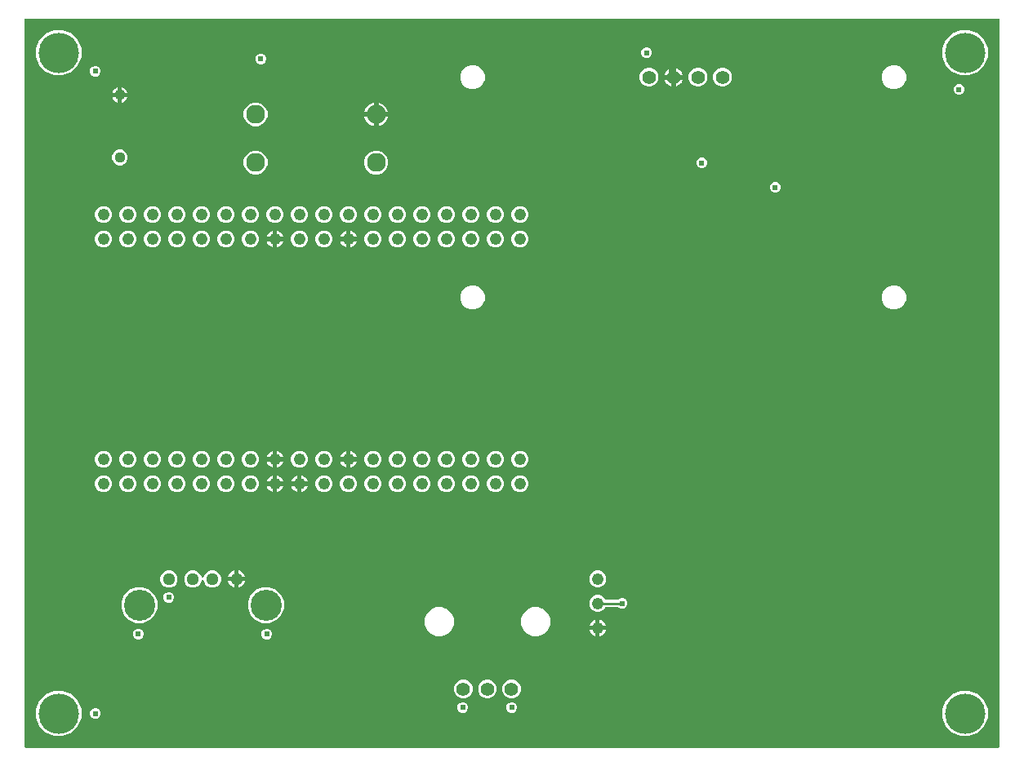
<source format=gbr>
G04 EAGLE Gerber RS-274X export*
G75*
%MOMM*%
%FSLAX34Y34*%
%LPD*%
%INCopper Layer 2*%
%IPPOS*%
%AMOC8*
5,1,8,0,0,1.08239X$1,22.5*%
G01*
%ADD10C,1.244600*%
%ADD11C,1.288000*%
%ADD12C,3.220000*%
%ADD13C,1.120000*%
%ADD14C,1.400000*%
%ADD15C,1.960000*%
%ADD16C,1.422400*%
%ADD17C,4.191000*%
%ADD18C,0.609600*%
%ADD19C,0.254000*%
%ADD20C,0.508000*%

G36*
X1012109Y2556D02*
X1012109Y2556D01*
X1012228Y2563D01*
X1012266Y2575D01*
X1012307Y2581D01*
X1012417Y2624D01*
X1012530Y2661D01*
X1012565Y2683D01*
X1012602Y2698D01*
X1012698Y2767D01*
X1012799Y2831D01*
X1012827Y2861D01*
X1012860Y2884D01*
X1012935Y2976D01*
X1013017Y3063D01*
X1013036Y3098D01*
X1013062Y3129D01*
X1013113Y3237D01*
X1013170Y3341D01*
X1013181Y3380D01*
X1013198Y3417D01*
X1013220Y3534D01*
X1013250Y3649D01*
X1013254Y3709D01*
X1013258Y3729D01*
X1013256Y3750D01*
X1013260Y3810D01*
X1013458Y758190D01*
X1013443Y758308D01*
X1013436Y758427D01*
X1013424Y758465D01*
X1013419Y758505D01*
X1013375Y758616D01*
X1013338Y758729D01*
X1013316Y758764D01*
X1013302Y758801D01*
X1013232Y758897D01*
X1013168Y758998D01*
X1013138Y759026D01*
X1013115Y759058D01*
X1013023Y759134D01*
X1012936Y759216D01*
X1012901Y759236D01*
X1012870Y759261D01*
X1012762Y759312D01*
X1012658Y759370D01*
X1012619Y759380D01*
X1012582Y759397D01*
X1012465Y759419D01*
X1012350Y759449D01*
X1012290Y759453D01*
X1012270Y759457D01*
X1012249Y759455D01*
X1012189Y759459D01*
X3810Y759459D01*
X3692Y759444D01*
X3573Y759437D01*
X3535Y759424D01*
X3494Y759419D01*
X3384Y759376D01*
X3271Y759339D01*
X3236Y759317D01*
X3199Y759302D01*
X3103Y759233D01*
X3002Y759169D01*
X2974Y759139D01*
X2941Y759116D01*
X2865Y759024D01*
X2784Y758937D01*
X2764Y758902D01*
X2739Y758871D01*
X2688Y758763D01*
X2630Y758659D01*
X2620Y758619D01*
X2603Y758583D01*
X2581Y758466D01*
X2551Y758351D01*
X2547Y758291D01*
X2543Y758271D01*
X2545Y758250D01*
X2541Y758190D01*
X2541Y3810D01*
X2556Y3692D01*
X2563Y3573D01*
X2576Y3535D01*
X2581Y3494D01*
X2624Y3384D01*
X2661Y3271D01*
X2683Y3236D01*
X2698Y3199D01*
X2767Y3103D01*
X2831Y3002D01*
X2861Y2974D01*
X2884Y2941D01*
X2976Y2865D01*
X3063Y2784D01*
X3098Y2764D01*
X3129Y2739D01*
X3237Y2688D01*
X3341Y2630D01*
X3381Y2620D01*
X3417Y2603D01*
X3534Y2581D01*
X3649Y2551D01*
X3709Y2547D01*
X3729Y2543D01*
X3750Y2545D01*
X3810Y2541D01*
X1011991Y2541D01*
X1012109Y2556D01*
G37*
%LPC*%
G36*
X973226Y700404D02*
X973226Y700404D01*
X964591Y703981D01*
X957981Y710591D01*
X954404Y719226D01*
X954404Y728574D01*
X957981Y737209D01*
X964591Y743819D01*
X973226Y747396D01*
X982574Y747396D01*
X991209Y743819D01*
X997819Y737209D01*
X1001396Y728574D01*
X1001396Y719226D01*
X997819Y710591D01*
X991209Y703981D01*
X982574Y700404D01*
X973226Y700404D01*
G37*
%LPD*%
%LPC*%
G36*
X33426Y700404D02*
X33426Y700404D01*
X24791Y703981D01*
X18181Y710591D01*
X14604Y719226D01*
X14604Y728574D01*
X18181Y737209D01*
X24791Y743819D01*
X33426Y747396D01*
X42774Y747396D01*
X51409Y743819D01*
X58019Y737209D01*
X61596Y728574D01*
X61596Y719226D01*
X58019Y710591D01*
X51409Y703981D01*
X42774Y700404D01*
X33426Y700404D01*
G37*
%LPD*%
%LPC*%
G36*
X33426Y14604D02*
X33426Y14604D01*
X24791Y18181D01*
X18181Y24791D01*
X14604Y33426D01*
X14604Y42774D01*
X18181Y51409D01*
X24791Y58019D01*
X33426Y61596D01*
X42774Y61596D01*
X51409Y58019D01*
X58019Y51409D01*
X61596Y42774D01*
X61596Y33426D01*
X58019Y24791D01*
X51409Y18181D01*
X42774Y14604D01*
X33426Y14604D01*
G37*
%LPD*%
%LPC*%
G36*
X973226Y14604D02*
X973226Y14604D01*
X964591Y18181D01*
X957981Y24791D01*
X954404Y33426D01*
X954404Y42774D01*
X957981Y51409D01*
X964591Y58019D01*
X973226Y61596D01*
X982574Y61596D01*
X991209Y58019D01*
X997819Y51409D01*
X1001396Y42774D01*
X1001396Y33426D01*
X997819Y24791D01*
X991209Y18181D01*
X982574Y14604D01*
X973226Y14604D01*
G37*
%LPD*%
%LPC*%
G36*
X249392Y132059D02*
X249392Y132059D01*
X242541Y134897D01*
X237297Y140141D01*
X234459Y146992D01*
X234459Y154408D01*
X237297Y161259D01*
X242541Y166503D01*
X249392Y169341D01*
X256808Y169341D01*
X263659Y166503D01*
X268903Y161259D01*
X271741Y154408D01*
X271741Y146992D01*
X268903Y140141D01*
X263659Y134897D01*
X256808Y132059D01*
X249392Y132059D01*
G37*
%LPD*%
%LPC*%
G36*
X117992Y132059D02*
X117992Y132059D01*
X111141Y134897D01*
X105897Y140141D01*
X103059Y146992D01*
X103059Y154408D01*
X105897Y161259D01*
X111141Y166503D01*
X117992Y169341D01*
X125408Y169341D01*
X132259Y166503D01*
X137503Y161259D01*
X140341Y154408D01*
X140341Y146992D01*
X137503Y140141D01*
X132259Y134897D01*
X125408Y132059D01*
X117992Y132059D01*
G37*
%LPD*%
%LPC*%
G36*
X529608Y118459D02*
X529608Y118459D01*
X524080Y120749D01*
X519849Y124980D01*
X517559Y130508D01*
X517559Y136492D01*
X519849Y142020D01*
X524080Y146251D01*
X529608Y148541D01*
X535592Y148541D01*
X541120Y146251D01*
X545351Y142020D01*
X547641Y136492D01*
X547641Y130508D01*
X545351Y124980D01*
X541120Y120749D01*
X535592Y118459D01*
X529608Y118459D01*
G37*
%LPD*%
%LPC*%
G36*
X429608Y118459D02*
X429608Y118459D01*
X424080Y120749D01*
X419849Y124980D01*
X417559Y130508D01*
X417559Y136492D01*
X419849Y142020D01*
X424080Y146251D01*
X429608Y148541D01*
X435592Y148541D01*
X441120Y146251D01*
X445351Y142020D01*
X447641Y136492D01*
X447641Y130508D01*
X445351Y124980D01*
X441120Y120749D01*
X435592Y118459D01*
X429608Y118459D01*
G37*
%LPD*%
%LPC*%
G36*
X175614Y168819D02*
X175614Y168819D01*
X172313Y170186D01*
X169786Y172713D01*
X168419Y176014D01*
X168419Y179586D01*
X169786Y182887D01*
X172313Y185414D01*
X175614Y186781D01*
X179186Y186781D01*
X182487Y185414D01*
X185014Y182887D01*
X186227Y179957D01*
X186296Y179836D01*
X186361Y179713D01*
X186375Y179698D01*
X186385Y179680D01*
X186482Y179580D01*
X186575Y179478D01*
X186592Y179467D01*
X186606Y179452D01*
X186724Y179379D01*
X186841Y179303D01*
X186860Y179296D01*
X186877Y179286D01*
X187010Y179245D01*
X187142Y179200D01*
X187162Y179198D01*
X187181Y179192D01*
X187320Y179186D01*
X187459Y179174D01*
X187479Y179178D01*
X187499Y179177D01*
X187635Y179205D01*
X187772Y179229D01*
X187790Y179237D01*
X187810Y179241D01*
X187936Y179303D01*
X188062Y179359D01*
X188078Y179372D01*
X188096Y179381D01*
X188202Y179472D01*
X188310Y179558D01*
X188323Y179574D01*
X188338Y179587D01*
X188418Y179702D01*
X188502Y179812D01*
X188514Y179837D01*
X188521Y179847D01*
X188528Y179867D01*
X188573Y179957D01*
X189786Y182887D01*
X192313Y185414D01*
X195614Y186781D01*
X199186Y186781D01*
X202487Y185414D01*
X205014Y182887D01*
X206381Y179586D01*
X206381Y176014D01*
X205014Y172713D01*
X202487Y170186D01*
X199186Y168819D01*
X195614Y168819D01*
X192313Y170186D01*
X189786Y172713D01*
X188573Y175643D01*
X188504Y175764D01*
X188439Y175887D01*
X188425Y175902D01*
X188415Y175920D01*
X188318Y176020D01*
X188225Y176122D01*
X188208Y176133D01*
X188194Y176148D01*
X188075Y176221D01*
X187959Y176297D01*
X187940Y176304D01*
X187923Y176314D01*
X187790Y176355D01*
X187658Y176400D01*
X187638Y176402D01*
X187619Y176408D01*
X187480Y176414D01*
X187341Y176426D01*
X187321Y176422D01*
X187301Y176423D01*
X187165Y176395D01*
X187028Y176371D01*
X187009Y176363D01*
X186990Y176359D01*
X186864Y176297D01*
X186738Y176241D01*
X186722Y176228D01*
X186704Y176219D01*
X186598Y176129D01*
X186490Y176042D01*
X186477Y176026D01*
X186462Y176013D01*
X186382Y175899D01*
X186298Y175788D01*
X186286Y175763D01*
X186279Y175753D01*
X186272Y175733D01*
X186227Y175643D01*
X185014Y172713D01*
X182487Y170186D01*
X179186Y168819D01*
X175614Y168819D01*
G37*
%LPD*%
%LPC*%
G36*
X464865Y457359D02*
X464865Y457359D01*
X460256Y459268D01*
X456728Y462796D01*
X454819Y467405D01*
X454819Y472395D01*
X456728Y477004D01*
X460256Y480532D01*
X464865Y482441D01*
X469855Y482441D01*
X474464Y480532D01*
X477992Y477004D01*
X479901Y472395D01*
X479901Y467405D01*
X477992Y462796D01*
X474464Y459268D01*
X469855Y457359D01*
X464865Y457359D01*
G37*
%LPD*%
%LPC*%
G36*
X901745Y457359D02*
X901745Y457359D01*
X897136Y459268D01*
X893608Y462796D01*
X891699Y467405D01*
X891699Y472395D01*
X893608Y477004D01*
X897136Y480532D01*
X901745Y482441D01*
X906735Y482441D01*
X911344Y480532D01*
X914872Y477004D01*
X916781Y472395D01*
X916781Y467405D01*
X914872Y462796D01*
X911344Y459268D01*
X906735Y457359D01*
X901745Y457359D01*
G37*
%LPD*%
%LPC*%
G36*
X464865Y685959D02*
X464865Y685959D01*
X460256Y687868D01*
X456728Y691396D01*
X454819Y696005D01*
X454819Y700995D01*
X456728Y705604D01*
X460256Y709132D01*
X464865Y711041D01*
X469855Y711041D01*
X474464Y709132D01*
X477992Y705604D01*
X479901Y700995D01*
X479901Y696005D01*
X477992Y691396D01*
X474464Y687868D01*
X469855Y685959D01*
X464865Y685959D01*
G37*
%LPD*%
%LPC*%
G36*
X901745Y685959D02*
X901745Y685959D01*
X897136Y687868D01*
X893608Y691396D01*
X891699Y696005D01*
X891699Y700995D01*
X893608Y705604D01*
X897136Y709132D01*
X901745Y711041D01*
X906735Y711041D01*
X911344Y709132D01*
X914872Y705604D01*
X916781Y700995D01*
X916781Y696005D01*
X914872Y691396D01*
X911344Y687868D01*
X906735Y685959D01*
X901745Y685959D01*
G37*
%LPD*%
%LPC*%
G36*
X364845Y597659D02*
X364845Y597659D01*
X360310Y599538D01*
X356838Y603010D01*
X354959Y607545D01*
X354959Y612455D01*
X356838Y616990D01*
X360310Y620462D01*
X364845Y622341D01*
X369755Y622341D01*
X374290Y620462D01*
X377762Y616990D01*
X379641Y612455D01*
X379641Y607545D01*
X377762Y603010D01*
X374290Y599538D01*
X369755Y597659D01*
X364845Y597659D01*
G37*
%LPD*%
%LPC*%
G36*
X239845Y647659D02*
X239845Y647659D01*
X235310Y649538D01*
X231838Y653010D01*
X229959Y657545D01*
X229959Y662455D01*
X231838Y666990D01*
X235310Y670462D01*
X239845Y672341D01*
X244755Y672341D01*
X249290Y670462D01*
X252762Y666990D01*
X254641Y662455D01*
X254641Y657545D01*
X252762Y653010D01*
X249290Y649538D01*
X244755Y647659D01*
X239845Y647659D01*
G37*
%LPD*%
%LPC*%
G36*
X239845Y597659D02*
X239845Y597659D01*
X235310Y599538D01*
X231838Y603010D01*
X229959Y607545D01*
X229959Y612455D01*
X231838Y616990D01*
X235310Y620462D01*
X239845Y622341D01*
X244755Y622341D01*
X249290Y620462D01*
X252762Y616990D01*
X254641Y612455D01*
X254641Y607545D01*
X252762Y603010D01*
X249290Y599538D01*
X244755Y597659D01*
X239845Y597659D01*
G37*
%LPD*%
%LPC*%
G36*
X595157Y143636D02*
X595157Y143636D01*
X591936Y144970D01*
X589470Y147436D01*
X588136Y150657D01*
X588136Y154143D01*
X589470Y157364D01*
X591936Y159830D01*
X595157Y161164D01*
X598643Y161164D01*
X601864Y159830D01*
X604330Y157364D01*
X604483Y156994D01*
X604497Y156969D01*
X604507Y156941D01*
X604576Y156831D01*
X604640Y156718D01*
X604661Y156697D01*
X604677Y156672D01*
X604771Y156583D01*
X604862Y156490D01*
X604887Y156474D01*
X604908Y156454D01*
X605022Y156391D01*
X605133Y156323D01*
X605161Y156315D01*
X605187Y156300D01*
X605313Y156268D01*
X605437Y156230D01*
X605466Y156228D01*
X605495Y156221D01*
X605655Y156211D01*
X617681Y156211D01*
X617780Y156223D01*
X617879Y156226D01*
X617937Y156243D01*
X617997Y156251D01*
X618089Y156287D01*
X618184Y156315D01*
X618236Y156345D01*
X618293Y156368D01*
X618373Y156426D01*
X618458Y156476D01*
X618533Y156542D01*
X618550Y156554D01*
X618558Y156564D01*
X618579Y156582D01*
X619134Y157138D01*
X621188Y157989D01*
X623412Y157989D01*
X625466Y157138D01*
X627038Y155566D01*
X627889Y153512D01*
X627889Y151288D01*
X627038Y149234D01*
X625466Y147662D01*
X623412Y146811D01*
X621188Y146811D01*
X619134Y147662D01*
X618579Y148218D01*
X618501Y148278D01*
X618428Y148346D01*
X618375Y148375D01*
X618328Y148412D01*
X618237Y148452D01*
X618150Y148500D01*
X618091Y148515D01*
X618036Y148539D01*
X617938Y148554D01*
X617842Y148579D01*
X617742Y148585D01*
X617722Y148589D01*
X617709Y148587D01*
X617681Y148589D01*
X605655Y148589D01*
X605626Y148586D01*
X605597Y148588D01*
X605469Y148566D01*
X605340Y148549D01*
X605312Y148539D01*
X605283Y148534D01*
X605165Y148480D01*
X605044Y148432D01*
X605020Y148415D01*
X604993Y148403D01*
X604892Y148322D01*
X604787Y148246D01*
X604768Y148223D01*
X604745Y148204D01*
X604667Y148101D01*
X604584Y148001D01*
X604571Y147974D01*
X604554Y147950D01*
X604483Y147806D01*
X604330Y147436D01*
X601864Y144970D01*
X598643Y143636D01*
X595157Y143636D01*
G37*
%LPD*%
%LPC*%
G36*
X648320Y688847D02*
X648320Y688847D01*
X644772Y690317D01*
X642057Y693032D01*
X640587Y696580D01*
X640587Y700420D01*
X642057Y703968D01*
X644772Y706683D01*
X648320Y708153D01*
X652160Y708153D01*
X655708Y706683D01*
X658423Y703968D01*
X659893Y700420D01*
X659893Y696580D01*
X658423Y693032D01*
X655708Y690317D01*
X652160Y688847D01*
X648320Y688847D01*
G37*
%LPD*%
%LPC*%
G36*
X699120Y688847D02*
X699120Y688847D01*
X695572Y690317D01*
X692857Y693032D01*
X691387Y696580D01*
X691387Y700420D01*
X692857Y703968D01*
X695572Y706683D01*
X699120Y708153D01*
X702960Y708153D01*
X706508Y706683D01*
X709223Y703968D01*
X710693Y700420D01*
X710693Y696580D01*
X709223Y693032D01*
X706508Y690317D01*
X702960Y688847D01*
X699120Y688847D01*
G37*
%LPD*%
%LPC*%
G36*
X724520Y688847D02*
X724520Y688847D01*
X720972Y690317D01*
X718257Y693032D01*
X716787Y696580D01*
X716787Y700420D01*
X718257Y703968D01*
X720972Y706683D01*
X724520Y708153D01*
X728360Y708153D01*
X731908Y706683D01*
X734623Y703968D01*
X736093Y700420D01*
X736093Y696580D01*
X734623Y693032D01*
X731908Y690317D01*
X728360Y688847D01*
X724520Y688847D01*
G37*
%LPD*%
%LPC*%
G36*
X505702Y53959D02*
X505702Y53959D01*
X502196Y55412D01*
X499512Y58096D01*
X498059Y61602D01*
X498059Y65398D01*
X499512Y68904D01*
X502196Y71588D01*
X505702Y73041D01*
X509498Y73041D01*
X513004Y71588D01*
X515688Y68904D01*
X517141Y65398D01*
X517141Y61602D01*
X515688Y58096D01*
X513004Y55412D01*
X509498Y53959D01*
X505702Y53959D01*
G37*
%LPD*%
%LPC*%
G36*
X480702Y53959D02*
X480702Y53959D01*
X477196Y55412D01*
X474512Y58096D01*
X473059Y61602D01*
X473059Y65398D01*
X474512Y68904D01*
X477196Y71588D01*
X480702Y73041D01*
X484498Y73041D01*
X488004Y71588D01*
X490688Y68904D01*
X492141Y65398D01*
X492141Y61602D01*
X490688Y58096D01*
X488004Y55412D01*
X484498Y53959D01*
X480702Y53959D01*
G37*
%LPD*%
%LPC*%
G36*
X455702Y53959D02*
X455702Y53959D01*
X452196Y55412D01*
X449512Y58096D01*
X448059Y61602D01*
X448059Y65398D01*
X449512Y68904D01*
X452196Y71588D01*
X455702Y73041D01*
X459498Y73041D01*
X463004Y71588D01*
X465688Y68904D01*
X467141Y65398D01*
X467141Y61602D01*
X465688Y58096D01*
X463004Y55412D01*
X459498Y53959D01*
X455702Y53959D01*
G37*
%LPD*%
%LPC*%
G36*
X150614Y168819D02*
X150614Y168819D01*
X147313Y170186D01*
X144786Y172713D01*
X143419Y176014D01*
X143419Y179586D01*
X144786Y182887D01*
X147313Y185414D01*
X150614Y186781D01*
X154186Y186781D01*
X157487Y185414D01*
X160014Y182887D01*
X161381Y179586D01*
X161381Y176014D01*
X160014Y172713D01*
X157487Y170186D01*
X154186Y168819D01*
X150614Y168819D01*
G37*
%LPD*%
%LPC*%
G36*
X184357Y267836D02*
X184357Y267836D01*
X181136Y269170D01*
X178670Y271636D01*
X177336Y274857D01*
X177336Y278343D01*
X178670Y281564D01*
X181136Y284030D01*
X184357Y285364D01*
X187843Y285364D01*
X191064Y284030D01*
X193530Y281564D01*
X194864Y278343D01*
X194864Y274857D01*
X193530Y271636D01*
X191064Y269170D01*
X187843Y267836D01*
X184357Y267836D01*
G37*
%LPD*%
%LPC*%
G36*
X209757Y267836D02*
X209757Y267836D01*
X206536Y269170D01*
X204070Y271636D01*
X202736Y274857D01*
X202736Y278343D01*
X204070Y281564D01*
X206536Y284030D01*
X209757Y285364D01*
X213243Y285364D01*
X216464Y284030D01*
X218930Y281564D01*
X220264Y278343D01*
X220264Y274857D01*
X218930Y271636D01*
X216464Y269170D01*
X213243Y267836D01*
X209757Y267836D01*
G37*
%LPD*%
%LPC*%
G36*
X108157Y267836D02*
X108157Y267836D01*
X104936Y269170D01*
X102470Y271636D01*
X101136Y274857D01*
X101136Y278343D01*
X102470Y281564D01*
X104936Y284030D01*
X108157Y285364D01*
X111643Y285364D01*
X114864Y284030D01*
X117330Y281564D01*
X118664Y278343D01*
X118664Y274857D01*
X117330Y271636D01*
X114864Y269170D01*
X111643Y267836D01*
X108157Y267836D01*
G37*
%LPD*%
%LPC*%
G36*
X158957Y267836D02*
X158957Y267836D01*
X155736Y269170D01*
X153270Y271636D01*
X151936Y274857D01*
X151936Y278343D01*
X153270Y281564D01*
X155736Y284030D01*
X158957Y285364D01*
X162443Y285364D01*
X165664Y284030D01*
X168130Y281564D01*
X169464Y278343D01*
X169464Y274857D01*
X168130Y271636D01*
X165664Y269170D01*
X162443Y267836D01*
X158957Y267836D01*
G37*
%LPD*%
%LPC*%
G36*
X133557Y267836D02*
X133557Y267836D01*
X130336Y269170D01*
X127870Y271636D01*
X126536Y274857D01*
X126536Y278343D01*
X127870Y281564D01*
X130336Y284030D01*
X133557Y285364D01*
X137043Y285364D01*
X140264Y284030D01*
X142730Y281564D01*
X144064Y278343D01*
X144064Y274857D01*
X142730Y271636D01*
X140264Y269170D01*
X137043Y267836D01*
X133557Y267836D01*
G37*
%LPD*%
%LPC*%
G36*
X235157Y267836D02*
X235157Y267836D01*
X231936Y269170D01*
X229470Y271636D01*
X228136Y274857D01*
X228136Y278343D01*
X229470Y281564D01*
X231936Y284030D01*
X235157Y285364D01*
X238643Y285364D01*
X241864Y284030D01*
X244330Y281564D01*
X245664Y278343D01*
X245664Y274857D01*
X244330Y271636D01*
X241864Y269170D01*
X238643Y267836D01*
X235157Y267836D01*
G37*
%LPD*%
%LPC*%
G36*
X311357Y267836D02*
X311357Y267836D01*
X308136Y269170D01*
X305670Y271636D01*
X304336Y274857D01*
X304336Y278343D01*
X305670Y281564D01*
X308136Y284030D01*
X311357Y285364D01*
X314843Y285364D01*
X318064Y284030D01*
X320530Y281564D01*
X321864Y278343D01*
X321864Y274857D01*
X320530Y271636D01*
X318064Y269170D01*
X314843Y267836D01*
X311357Y267836D01*
G37*
%LPD*%
%LPC*%
G36*
X438357Y547236D02*
X438357Y547236D01*
X435136Y548570D01*
X432670Y551036D01*
X431336Y554257D01*
X431336Y557743D01*
X432670Y560964D01*
X435136Y563430D01*
X438357Y564764D01*
X441843Y564764D01*
X445064Y563430D01*
X447530Y560964D01*
X448864Y557743D01*
X448864Y554257D01*
X447530Y551036D01*
X445064Y548570D01*
X441843Y547236D01*
X438357Y547236D01*
G37*
%LPD*%
%LPC*%
G36*
X412957Y547236D02*
X412957Y547236D01*
X409736Y548570D01*
X407270Y551036D01*
X405936Y554257D01*
X405936Y557743D01*
X407270Y560964D01*
X409736Y563430D01*
X412957Y564764D01*
X416443Y564764D01*
X419664Y563430D01*
X422130Y560964D01*
X423464Y557743D01*
X423464Y554257D01*
X422130Y551036D01*
X419664Y548570D01*
X416443Y547236D01*
X412957Y547236D01*
G37*
%LPD*%
%LPC*%
G36*
X514557Y547236D02*
X514557Y547236D01*
X511336Y548570D01*
X508870Y551036D01*
X507536Y554257D01*
X507536Y557743D01*
X508870Y560964D01*
X511336Y563430D01*
X514557Y564764D01*
X518043Y564764D01*
X521264Y563430D01*
X523730Y560964D01*
X525064Y557743D01*
X525064Y554257D01*
X523730Y551036D01*
X521264Y548570D01*
X518043Y547236D01*
X514557Y547236D01*
G37*
%LPD*%
%LPC*%
G36*
X489157Y547236D02*
X489157Y547236D01*
X485936Y548570D01*
X483470Y551036D01*
X482136Y554257D01*
X482136Y557743D01*
X483470Y560964D01*
X485936Y563430D01*
X489157Y564764D01*
X492643Y564764D01*
X495864Y563430D01*
X498330Y560964D01*
X499664Y557743D01*
X499664Y554257D01*
X498330Y551036D01*
X495864Y548570D01*
X492643Y547236D01*
X489157Y547236D01*
G37*
%LPD*%
%LPC*%
G36*
X463757Y547236D02*
X463757Y547236D01*
X460536Y548570D01*
X458070Y551036D01*
X456736Y554257D01*
X456736Y557743D01*
X458070Y560964D01*
X460536Y563430D01*
X463757Y564764D01*
X467243Y564764D01*
X470464Y563430D01*
X472930Y560964D01*
X474264Y557743D01*
X474264Y554257D01*
X472930Y551036D01*
X470464Y548570D01*
X467243Y547236D01*
X463757Y547236D01*
G37*
%LPD*%
%LPC*%
G36*
X108157Y547236D02*
X108157Y547236D01*
X104936Y548570D01*
X102470Y551036D01*
X101136Y554257D01*
X101136Y557743D01*
X102470Y560964D01*
X104936Y563430D01*
X108157Y564764D01*
X111643Y564764D01*
X114864Y563430D01*
X117330Y560964D01*
X118664Y557743D01*
X118664Y554257D01*
X117330Y551036D01*
X114864Y548570D01*
X111643Y547236D01*
X108157Y547236D01*
G37*
%LPD*%
%LPC*%
G36*
X82757Y547236D02*
X82757Y547236D01*
X79536Y548570D01*
X77070Y551036D01*
X75736Y554257D01*
X75736Y557743D01*
X77070Y560964D01*
X79536Y563430D01*
X82757Y564764D01*
X86243Y564764D01*
X89464Y563430D01*
X91930Y560964D01*
X93264Y557743D01*
X93264Y554257D01*
X91930Y551036D01*
X89464Y548570D01*
X86243Y547236D01*
X82757Y547236D01*
G37*
%LPD*%
%LPC*%
G36*
X387557Y547236D02*
X387557Y547236D01*
X384336Y548570D01*
X381870Y551036D01*
X380536Y554257D01*
X380536Y557743D01*
X381870Y560964D01*
X384336Y563430D01*
X387557Y564764D01*
X391043Y564764D01*
X394264Y563430D01*
X396730Y560964D01*
X398064Y557743D01*
X398064Y554257D01*
X396730Y551036D01*
X394264Y548570D01*
X391043Y547236D01*
X387557Y547236D01*
G37*
%LPD*%
%LPC*%
G36*
X362157Y547236D02*
X362157Y547236D01*
X358936Y548570D01*
X356470Y551036D01*
X355136Y554257D01*
X355136Y557743D01*
X356470Y560964D01*
X358936Y563430D01*
X362157Y564764D01*
X365643Y564764D01*
X368864Y563430D01*
X371330Y560964D01*
X372664Y557743D01*
X372664Y554257D01*
X371330Y551036D01*
X368864Y548570D01*
X365643Y547236D01*
X362157Y547236D01*
G37*
%LPD*%
%LPC*%
G36*
X336757Y547236D02*
X336757Y547236D01*
X333536Y548570D01*
X331070Y551036D01*
X329736Y554257D01*
X329736Y557743D01*
X331070Y560964D01*
X333536Y563430D01*
X336757Y564764D01*
X340243Y564764D01*
X343464Y563430D01*
X345930Y560964D01*
X347264Y557743D01*
X347264Y554257D01*
X345930Y551036D01*
X343464Y548570D01*
X340243Y547236D01*
X336757Y547236D01*
G37*
%LPD*%
%LPC*%
G36*
X311357Y547236D02*
X311357Y547236D01*
X308136Y548570D01*
X305670Y551036D01*
X304336Y554257D01*
X304336Y557743D01*
X305670Y560964D01*
X308136Y563430D01*
X311357Y564764D01*
X314843Y564764D01*
X318064Y563430D01*
X320530Y560964D01*
X321864Y557743D01*
X321864Y554257D01*
X320530Y551036D01*
X318064Y548570D01*
X314843Y547236D01*
X311357Y547236D01*
G37*
%LPD*%
%LPC*%
G36*
X285957Y547236D02*
X285957Y547236D01*
X282736Y548570D01*
X280270Y551036D01*
X278936Y554257D01*
X278936Y557743D01*
X280270Y560964D01*
X282736Y563430D01*
X285957Y564764D01*
X289443Y564764D01*
X292664Y563430D01*
X295130Y560964D01*
X296464Y557743D01*
X296464Y554257D01*
X295130Y551036D01*
X292664Y548570D01*
X289443Y547236D01*
X285957Y547236D01*
G37*
%LPD*%
%LPC*%
G36*
X260557Y547236D02*
X260557Y547236D01*
X257336Y548570D01*
X254870Y551036D01*
X253536Y554257D01*
X253536Y557743D01*
X254870Y560964D01*
X257336Y563430D01*
X260557Y564764D01*
X264043Y564764D01*
X267264Y563430D01*
X269730Y560964D01*
X271064Y557743D01*
X271064Y554257D01*
X269730Y551036D01*
X267264Y548570D01*
X264043Y547236D01*
X260557Y547236D01*
G37*
%LPD*%
%LPC*%
G36*
X235157Y547236D02*
X235157Y547236D01*
X231936Y548570D01*
X229470Y551036D01*
X228136Y554257D01*
X228136Y557743D01*
X229470Y560964D01*
X231936Y563430D01*
X235157Y564764D01*
X238643Y564764D01*
X241864Y563430D01*
X244330Y560964D01*
X245664Y557743D01*
X245664Y554257D01*
X244330Y551036D01*
X241864Y548570D01*
X238643Y547236D01*
X235157Y547236D01*
G37*
%LPD*%
%LPC*%
G36*
X209757Y547236D02*
X209757Y547236D01*
X206536Y548570D01*
X204070Y551036D01*
X202736Y554257D01*
X202736Y557743D01*
X204070Y560964D01*
X206536Y563430D01*
X209757Y564764D01*
X213243Y564764D01*
X216464Y563430D01*
X218930Y560964D01*
X220264Y557743D01*
X220264Y554257D01*
X218930Y551036D01*
X216464Y548570D01*
X213243Y547236D01*
X209757Y547236D01*
G37*
%LPD*%
%LPC*%
G36*
X184357Y547236D02*
X184357Y547236D01*
X181136Y548570D01*
X178670Y551036D01*
X177336Y554257D01*
X177336Y557743D01*
X178670Y560964D01*
X181136Y563430D01*
X184357Y564764D01*
X187843Y564764D01*
X191064Y563430D01*
X193530Y560964D01*
X194864Y557743D01*
X194864Y554257D01*
X193530Y551036D01*
X191064Y548570D01*
X187843Y547236D01*
X184357Y547236D01*
G37*
%LPD*%
%LPC*%
G36*
X158957Y547236D02*
X158957Y547236D01*
X155736Y548570D01*
X153270Y551036D01*
X151936Y554257D01*
X151936Y557743D01*
X153270Y560964D01*
X155736Y563430D01*
X158957Y564764D01*
X162443Y564764D01*
X165664Y563430D01*
X168130Y560964D01*
X169464Y557743D01*
X169464Y554257D01*
X168130Y551036D01*
X165664Y548570D01*
X162443Y547236D01*
X158957Y547236D01*
G37*
%LPD*%
%LPC*%
G36*
X133557Y547236D02*
X133557Y547236D01*
X130336Y548570D01*
X127870Y551036D01*
X126536Y554257D01*
X126536Y557743D01*
X127870Y560964D01*
X130336Y563430D01*
X133557Y564764D01*
X137043Y564764D01*
X140264Y563430D01*
X142730Y560964D01*
X144064Y557743D01*
X144064Y554257D01*
X142730Y551036D01*
X140264Y548570D01*
X137043Y547236D01*
X133557Y547236D01*
G37*
%LPD*%
%LPC*%
G36*
X463757Y521836D02*
X463757Y521836D01*
X460536Y523170D01*
X458070Y525636D01*
X456736Y528857D01*
X456736Y532343D01*
X458070Y535564D01*
X460536Y538030D01*
X463757Y539364D01*
X467243Y539364D01*
X470464Y538030D01*
X472930Y535564D01*
X474264Y532343D01*
X474264Y528857D01*
X472930Y525636D01*
X470464Y523170D01*
X467243Y521836D01*
X463757Y521836D01*
G37*
%LPD*%
%LPC*%
G36*
X438357Y521836D02*
X438357Y521836D01*
X435136Y523170D01*
X432670Y525636D01*
X431336Y528857D01*
X431336Y532343D01*
X432670Y535564D01*
X435136Y538030D01*
X438357Y539364D01*
X441843Y539364D01*
X445064Y538030D01*
X447530Y535564D01*
X448864Y532343D01*
X448864Y528857D01*
X447530Y525636D01*
X445064Y523170D01*
X441843Y521836D01*
X438357Y521836D01*
G37*
%LPD*%
%LPC*%
G36*
X514557Y521836D02*
X514557Y521836D01*
X511336Y523170D01*
X508870Y525636D01*
X507536Y528857D01*
X507536Y532343D01*
X508870Y535564D01*
X511336Y538030D01*
X514557Y539364D01*
X518043Y539364D01*
X521264Y538030D01*
X523730Y535564D01*
X525064Y532343D01*
X525064Y528857D01*
X523730Y525636D01*
X521264Y523170D01*
X518043Y521836D01*
X514557Y521836D01*
G37*
%LPD*%
%LPC*%
G36*
X489157Y521836D02*
X489157Y521836D01*
X485936Y523170D01*
X483470Y525636D01*
X482136Y528857D01*
X482136Y532343D01*
X483470Y535564D01*
X485936Y538030D01*
X489157Y539364D01*
X492643Y539364D01*
X495864Y538030D01*
X498330Y535564D01*
X499664Y532343D01*
X499664Y528857D01*
X498330Y525636D01*
X495864Y523170D01*
X492643Y521836D01*
X489157Y521836D01*
G37*
%LPD*%
%LPC*%
G36*
X412957Y521836D02*
X412957Y521836D01*
X409736Y523170D01*
X407270Y525636D01*
X405936Y528857D01*
X405936Y532343D01*
X407270Y535564D01*
X409736Y538030D01*
X412957Y539364D01*
X416443Y539364D01*
X419664Y538030D01*
X422130Y535564D01*
X423464Y532343D01*
X423464Y528857D01*
X422130Y525636D01*
X419664Y523170D01*
X416443Y521836D01*
X412957Y521836D01*
G37*
%LPD*%
%LPC*%
G36*
X387557Y521836D02*
X387557Y521836D01*
X384336Y523170D01*
X381870Y525636D01*
X380536Y528857D01*
X380536Y532343D01*
X381870Y535564D01*
X384336Y538030D01*
X387557Y539364D01*
X391043Y539364D01*
X394264Y538030D01*
X396730Y535564D01*
X398064Y532343D01*
X398064Y528857D01*
X396730Y525636D01*
X394264Y523170D01*
X391043Y521836D01*
X387557Y521836D01*
G37*
%LPD*%
%LPC*%
G36*
X362157Y521836D02*
X362157Y521836D01*
X358936Y523170D01*
X356470Y525636D01*
X355136Y528857D01*
X355136Y532343D01*
X356470Y535564D01*
X358936Y538030D01*
X362157Y539364D01*
X365643Y539364D01*
X368864Y538030D01*
X371330Y535564D01*
X372664Y532343D01*
X372664Y528857D01*
X371330Y525636D01*
X368864Y523170D01*
X365643Y521836D01*
X362157Y521836D01*
G37*
%LPD*%
%LPC*%
G36*
X311357Y521836D02*
X311357Y521836D01*
X308136Y523170D01*
X305670Y525636D01*
X304336Y528857D01*
X304336Y532343D01*
X305670Y535564D01*
X308136Y538030D01*
X311357Y539364D01*
X314843Y539364D01*
X318064Y538030D01*
X320530Y535564D01*
X321864Y532343D01*
X321864Y528857D01*
X320530Y525636D01*
X318064Y523170D01*
X314843Y521836D01*
X311357Y521836D01*
G37*
%LPD*%
%LPC*%
G36*
X285957Y521836D02*
X285957Y521836D01*
X282736Y523170D01*
X280270Y525636D01*
X278936Y528857D01*
X278936Y532343D01*
X280270Y535564D01*
X282736Y538030D01*
X285957Y539364D01*
X289443Y539364D01*
X292664Y538030D01*
X295130Y535564D01*
X296464Y532343D01*
X296464Y528857D01*
X295130Y525636D01*
X292664Y523170D01*
X289443Y521836D01*
X285957Y521836D01*
G37*
%LPD*%
%LPC*%
G36*
X235157Y521836D02*
X235157Y521836D01*
X231936Y523170D01*
X229470Y525636D01*
X228136Y528857D01*
X228136Y532343D01*
X229470Y535564D01*
X231936Y538030D01*
X235157Y539364D01*
X238643Y539364D01*
X241864Y538030D01*
X244330Y535564D01*
X245664Y532343D01*
X245664Y528857D01*
X244330Y525636D01*
X241864Y523170D01*
X238643Y521836D01*
X235157Y521836D01*
G37*
%LPD*%
%LPC*%
G36*
X209757Y521836D02*
X209757Y521836D01*
X206536Y523170D01*
X204070Y525636D01*
X202736Y528857D01*
X202736Y532343D01*
X204070Y535564D01*
X206536Y538030D01*
X209757Y539364D01*
X213243Y539364D01*
X216464Y538030D01*
X218930Y535564D01*
X220264Y532343D01*
X220264Y528857D01*
X218930Y525636D01*
X216464Y523170D01*
X213243Y521836D01*
X209757Y521836D01*
G37*
%LPD*%
%LPC*%
G36*
X184357Y521836D02*
X184357Y521836D01*
X181136Y523170D01*
X178670Y525636D01*
X177336Y528857D01*
X177336Y532343D01*
X178670Y535564D01*
X181136Y538030D01*
X184357Y539364D01*
X187843Y539364D01*
X191064Y538030D01*
X193530Y535564D01*
X194864Y532343D01*
X194864Y528857D01*
X193530Y525636D01*
X191064Y523170D01*
X187843Y521836D01*
X184357Y521836D01*
G37*
%LPD*%
%LPC*%
G36*
X158957Y521836D02*
X158957Y521836D01*
X155736Y523170D01*
X153270Y525636D01*
X151936Y528857D01*
X151936Y532343D01*
X153270Y535564D01*
X155736Y538030D01*
X158957Y539364D01*
X162443Y539364D01*
X165664Y538030D01*
X168130Y535564D01*
X169464Y532343D01*
X169464Y528857D01*
X168130Y525636D01*
X165664Y523170D01*
X162443Y521836D01*
X158957Y521836D01*
G37*
%LPD*%
%LPC*%
G36*
X133557Y521836D02*
X133557Y521836D01*
X130336Y523170D01*
X127870Y525636D01*
X126536Y528857D01*
X126536Y532343D01*
X127870Y535564D01*
X130336Y538030D01*
X133557Y539364D01*
X137043Y539364D01*
X140264Y538030D01*
X142730Y535564D01*
X144064Y532343D01*
X144064Y528857D01*
X142730Y525636D01*
X140264Y523170D01*
X137043Y521836D01*
X133557Y521836D01*
G37*
%LPD*%
%LPC*%
G36*
X108157Y521836D02*
X108157Y521836D01*
X104936Y523170D01*
X102470Y525636D01*
X101136Y528857D01*
X101136Y532343D01*
X102470Y535564D01*
X104936Y538030D01*
X108157Y539364D01*
X111643Y539364D01*
X114864Y538030D01*
X117330Y535564D01*
X118664Y532343D01*
X118664Y528857D01*
X117330Y525636D01*
X114864Y523170D01*
X111643Y521836D01*
X108157Y521836D01*
G37*
%LPD*%
%LPC*%
G36*
X82757Y521836D02*
X82757Y521836D01*
X79536Y523170D01*
X77070Y525636D01*
X75736Y528857D01*
X75736Y532343D01*
X77070Y535564D01*
X79536Y538030D01*
X82757Y539364D01*
X86243Y539364D01*
X89464Y538030D01*
X91930Y535564D01*
X93264Y532343D01*
X93264Y528857D01*
X91930Y525636D01*
X89464Y523170D01*
X86243Y521836D01*
X82757Y521836D01*
G37*
%LPD*%
%LPC*%
G36*
X336757Y267836D02*
X336757Y267836D01*
X333536Y269170D01*
X331070Y271636D01*
X329736Y274857D01*
X329736Y278343D01*
X331070Y281564D01*
X333536Y284030D01*
X336757Y285364D01*
X340243Y285364D01*
X343464Y284030D01*
X345930Y281564D01*
X347264Y278343D01*
X347264Y274857D01*
X345930Y271636D01*
X343464Y269170D01*
X340243Y267836D01*
X336757Y267836D01*
G37*
%LPD*%
%LPC*%
G36*
X362157Y267836D02*
X362157Y267836D01*
X358936Y269170D01*
X356470Y271636D01*
X355136Y274857D01*
X355136Y278343D01*
X356470Y281564D01*
X358936Y284030D01*
X362157Y285364D01*
X365643Y285364D01*
X368864Y284030D01*
X371330Y281564D01*
X372664Y278343D01*
X372664Y274857D01*
X371330Y271636D01*
X368864Y269170D01*
X365643Y267836D01*
X362157Y267836D01*
G37*
%LPD*%
%LPC*%
G36*
X387557Y267836D02*
X387557Y267836D01*
X384336Y269170D01*
X381870Y271636D01*
X380536Y274857D01*
X380536Y278343D01*
X381870Y281564D01*
X384336Y284030D01*
X387557Y285364D01*
X391043Y285364D01*
X394264Y284030D01*
X396730Y281564D01*
X398064Y278343D01*
X398064Y274857D01*
X396730Y271636D01*
X394264Y269170D01*
X391043Y267836D01*
X387557Y267836D01*
G37*
%LPD*%
%LPC*%
G36*
X412957Y267836D02*
X412957Y267836D01*
X409736Y269170D01*
X407270Y271636D01*
X405936Y274857D01*
X405936Y278343D01*
X407270Y281564D01*
X409736Y284030D01*
X412957Y285364D01*
X416443Y285364D01*
X419664Y284030D01*
X422130Y281564D01*
X423464Y278343D01*
X423464Y274857D01*
X422130Y271636D01*
X419664Y269170D01*
X416443Y267836D01*
X412957Y267836D01*
G37*
%LPD*%
%LPC*%
G36*
X438357Y267836D02*
X438357Y267836D01*
X435136Y269170D01*
X432670Y271636D01*
X431336Y274857D01*
X431336Y278343D01*
X432670Y281564D01*
X435136Y284030D01*
X438357Y285364D01*
X441843Y285364D01*
X445064Y284030D01*
X447530Y281564D01*
X448864Y278343D01*
X448864Y274857D01*
X447530Y271636D01*
X445064Y269170D01*
X441843Y267836D01*
X438357Y267836D01*
G37*
%LPD*%
%LPC*%
G36*
X463757Y267836D02*
X463757Y267836D01*
X460536Y269170D01*
X458070Y271636D01*
X456736Y274857D01*
X456736Y278343D01*
X458070Y281564D01*
X460536Y284030D01*
X463757Y285364D01*
X467243Y285364D01*
X470464Y284030D01*
X472930Y281564D01*
X474264Y278343D01*
X474264Y274857D01*
X472930Y271636D01*
X470464Y269170D01*
X467243Y267836D01*
X463757Y267836D01*
G37*
%LPD*%
%LPC*%
G36*
X489157Y267836D02*
X489157Y267836D01*
X485936Y269170D01*
X483470Y271636D01*
X482136Y274857D01*
X482136Y278343D01*
X483470Y281564D01*
X485936Y284030D01*
X489157Y285364D01*
X492643Y285364D01*
X495864Y284030D01*
X498330Y281564D01*
X499664Y278343D01*
X499664Y274857D01*
X498330Y271636D01*
X495864Y269170D01*
X492643Y267836D01*
X489157Y267836D01*
G37*
%LPD*%
%LPC*%
G36*
X514557Y267836D02*
X514557Y267836D01*
X511336Y269170D01*
X508870Y271636D01*
X507536Y274857D01*
X507536Y278343D01*
X508870Y281564D01*
X511336Y284030D01*
X514557Y285364D01*
X518043Y285364D01*
X521264Y284030D01*
X523730Y281564D01*
X525064Y278343D01*
X525064Y274857D01*
X523730Y271636D01*
X521264Y269170D01*
X518043Y267836D01*
X514557Y267836D01*
G37*
%LPD*%
%LPC*%
G36*
X595157Y169036D02*
X595157Y169036D01*
X591936Y170370D01*
X589470Y172836D01*
X588136Y176057D01*
X588136Y179543D01*
X589470Y182764D01*
X591936Y185230D01*
X595157Y186564D01*
X598643Y186564D01*
X601864Y185230D01*
X604330Y182764D01*
X605664Y179543D01*
X605664Y176057D01*
X604330Y172836D01*
X601864Y170370D01*
X598643Y169036D01*
X595157Y169036D01*
G37*
%LPD*%
%LPC*%
G36*
X438357Y293236D02*
X438357Y293236D01*
X435136Y294570D01*
X432670Y297036D01*
X431336Y300257D01*
X431336Y303743D01*
X432670Y306964D01*
X435136Y309430D01*
X438357Y310764D01*
X441843Y310764D01*
X445064Y309430D01*
X447530Y306964D01*
X448864Y303743D01*
X448864Y300257D01*
X447530Y297036D01*
X445064Y294570D01*
X441843Y293236D01*
X438357Y293236D01*
G37*
%LPD*%
%LPC*%
G36*
X489157Y293236D02*
X489157Y293236D01*
X485936Y294570D01*
X483470Y297036D01*
X482136Y300257D01*
X482136Y303743D01*
X483470Y306964D01*
X485936Y309430D01*
X489157Y310764D01*
X492643Y310764D01*
X495864Y309430D01*
X498330Y306964D01*
X499664Y303743D01*
X499664Y300257D01*
X498330Y297036D01*
X495864Y294570D01*
X492643Y293236D01*
X489157Y293236D01*
G37*
%LPD*%
%LPC*%
G36*
X463757Y293236D02*
X463757Y293236D01*
X460536Y294570D01*
X458070Y297036D01*
X456736Y300257D01*
X456736Y303743D01*
X458070Y306964D01*
X460536Y309430D01*
X463757Y310764D01*
X467243Y310764D01*
X470464Y309430D01*
X472930Y306964D01*
X474264Y303743D01*
X474264Y300257D01*
X472930Y297036D01*
X470464Y294570D01*
X467243Y293236D01*
X463757Y293236D01*
G37*
%LPD*%
%LPC*%
G36*
X514557Y293236D02*
X514557Y293236D01*
X511336Y294570D01*
X508870Y297036D01*
X507536Y300257D01*
X507536Y303743D01*
X508870Y306964D01*
X511336Y309430D01*
X514557Y310764D01*
X518043Y310764D01*
X521264Y309430D01*
X523730Y306964D01*
X525064Y303743D01*
X525064Y300257D01*
X523730Y297036D01*
X521264Y294570D01*
X518043Y293236D01*
X514557Y293236D01*
G37*
%LPD*%
%LPC*%
G36*
X108157Y293236D02*
X108157Y293236D01*
X104936Y294570D01*
X102470Y297036D01*
X101136Y300257D01*
X101136Y303743D01*
X102470Y306964D01*
X104936Y309430D01*
X108157Y310764D01*
X111643Y310764D01*
X114864Y309430D01*
X117330Y306964D01*
X118664Y303743D01*
X118664Y300257D01*
X117330Y297036D01*
X114864Y294570D01*
X111643Y293236D01*
X108157Y293236D01*
G37*
%LPD*%
%LPC*%
G36*
X82757Y293236D02*
X82757Y293236D01*
X79536Y294570D01*
X77070Y297036D01*
X75736Y300257D01*
X75736Y303743D01*
X77070Y306964D01*
X79536Y309430D01*
X82757Y310764D01*
X86243Y310764D01*
X89464Y309430D01*
X91930Y306964D01*
X93264Y303743D01*
X93264Y300257D01*
X91930Y297036D01*
X89464Y294570D01*
X86243Y293236D01*
X82757Y293236D01*
G37*
%LPD*%
%LPC*%
G36*
X82757Y267836D02*
X82757Y267836D01*
X79536Y269170D01*
X77070Y271636D01*
X75736Y274857D01*
X75736Y278343D01*
X77070Y281564D01*
X79536Y284030D01*
X82757Y285364D01*
X86243Y285364D01*
X89464Y284030D01*
X91930Y281564D01*
X93264Y278343D01*
X93264Y274857D01*
X91930Y271636D01*
X89464Y269170D01*
X86243Y267836D01*
X82757Y267836D01*
G37*
%LPD*%
%LPC*%
G36*
X412957Y293236D02*
X412957Y293236D01*
X409736Y294570D01*
X407270Y297036D01*
X405936Y300257D01*
X405936Y303743D01*
X407270Y306964D01*
X409736Y309430D01*
X412957Y310764D01*
X416443Y310764D01*
X419664Y309430D01*
X422130Y306964D01*
X423464Y303743D01*
X423464Y300257D01*
X422130Y297036D01*
X419664Y294570D01*
X416443Y293236D01*
X412957Y293236D01*
G37*
%LPD*%
%LPC*%
G36*
X387557Y293236D02*
X387557Y293236D01*
X384336Y294570D01*
X381870Y297036D01*
X380536Y300257D01*
X380536Y303743D01*
X381870Y306964D01*
X384336Y309430D01*
X387557Y310764D01*
X391043Y310764D01*
X394264Y309430D01*
X396730Y306964D01*
X398064Y303743D01*
X398064Y300257D01*
X396730Y297036D01*
X394264Y294570D01*
X391043Y293236D01*
X387557Y293236D01*
G37*
%LPD*%
%LPC*%
G36*
X362157Y293236D02*
X362157Y293236D01*
X358936Y294570D01*
X356470Y297036D01*
X355136Y300257D01*
X355136Y303743D01*
X356470Y306964D01*
X358936Y309430D01*
X362157Y310764D01*
X365643Y310764D01*
X368864Y309430D01*
X371330Y306964D01*
X372664Y303743D01*
X372664Y300257D01*
X371330Y297036D01*
X368864Y294570D01*
X365643Y293236D01*
X362157Y293236D01*
G37*
%LPD*%
%LPC*%
G36*
X311357Y293236D02*
X311357Y293236D01*
X308136Y294570D01*
X305670Y297036D01*
X304336Y300257D01*
X304336Y303743D01*
X305670Y306964D01*
X308136Y309430D01*
X311357Y310764D01*
X314843Y310764D01*
X318064Y309430D01*
X320530Y306964D01*
X321864Y303743D01*
X321864Y300257D01*
X320530Y297036D01*
X318064Y294570D01*
X314843Y293236D01*
X311357Y293236D01*
G37*
%LPD*%
%LPC*%
G36*
X285957Y293236D02*
X285957Y293236D01*
X282736Y294570D01*
X280270Y297036D01*
X278936Y300257D01*
X278936Y303743D01*
X280270Y306964D01*
X282736Y309430D01*
X285957Y310764D01*
X289443Y310764D01*
X292664Y309430D01*
X295130Y306964D01*
X296464Y303743D01*
X296464Y300257D01*
X295130Y297036D01*
X292664Y294570D01*
X289443Y293236D01*
X285957Y293236D01*
G37*
%LPD*%
%LPC*%
G36*
X235157Y293236D02*
X235157Y293236D01*
X231936Y294570D01*
X229470Y297036D01*
X228136Y300257D01*
X228136Y303743D01*
X229470Y306964D01*
X231936Y309430D01*
X235157Y310764D01*
X238643Y310764D01*
X241864Y309430D01*
X244330Y306964D01*
X245664Y303743D01*
X245664Y300257D01*
X244330Y297036D01*
X241864Y294570D01*
X238643Y293236D01*
X235157Y293236D01*
G37*
%LPD*%
%LPC*%
G36*
X209757Y293236D02*
X209757Y293236D01*
X206536Y294570D01*
X204070Y297036D01*
X202736Y300257D01*
X202736Y303743D01*
X204070Y306964D01*
X206536Y309430D01*
X209757Y310764D01*
X213243Y310764D01*
X216464Y309430D01*
X218930Y306964D01*
X220264Y303743D01*
X220264Y300257D01*
X218930Y297036D01*
X216464Y294570D01*
X213243Y293236D01*
X209757Y293236D01*
G37*
%LPD*%
%LPC*%
G36*
X184357Y293236D02*
X184357Y293236D01*
X181136Y294570D01*
X178670Y297036D01*
X177336Y300257D01*
X177336Y303743D01*
X178670Y306964D01*
X181136Y309430D01*
X184357Y310764D01*
X187843Y310764D01*
X191064Y309430D01*
X193530Y306964D01*
X194864Y303743D01*
X194864Y300257D01*
X193530Y297036D01*
X191064Y294570D01*
X187843Y293236D01*
X184357Y293236D01*
G37*
%LPD*%
%LPC*%
G36*
X158957Y293236D02*
X158957Y293236D01*
X155736Y294570D01*
X153270Y297036D01*
X151936Y300257D01*
X151936Y303743D01*
X153270Y306964D01*
X155736Y309430D01*
X158957Y310764D01*
X162443Y310764D01*
X165664Y309430D01*
X168130Y306964D01*
X169464Y303743D01*
X169464Y300257D01*
X168130Y297036D01*
X165664Y294570D01*
X162443Y293236D01*
X158957Y293236D01*
G37*
%LPD*%
%LPC*%
G36*
X133557Y293236D02*
X133557Y293236D01*
X130336Y294570D01*
X127870Y297036D01*
X126536Y300257D01*
X126536Y303743D01*
X127870Y306964D01*
X130336Y309430D01*
X133557Y310764D01*
X137043Y310764D01*
X140264Y309430D01*
X142730Y306964D01*
X144064Y303743D01*
X144064Y300257D01*
X142730Y297036D01*
X140264Y294570D01*
X137043Y293236D01*
X133557Y293236D01*
G37*
%LPD*%
%LPC*%
G36*
X99981Y607059D02*
X99981Y607059D01*
X96989Y608299D01*
X94699Y610589D01*
X93459Y613581D01*
X93459Y616819D01*
X94699Y619811D01*
X96989Y622101D01*
X99981Y623341D01*
X103219Y623341D01*
X106211Y622101D01*
X108501Y619811D01*
X109741Y616819D01*
X109741Y613581D01*
X108501Y610589D01*
X106211Y608299D01*
X103219Y607059D01*
X99981Y607059D01*
G37*
%LPD*%
%LPC*%
G36*
X75088Y32511D02*
X75088Y32511D01*
X73034Y33362D01*
X71462Y34934D01*
X70611Y36988D01*
X70611Y39212D01*
X71462Y41266D01*
X73034Y42838D01*
X75088Y43689D01*
X77312Y43689D01*
X79366Y42838D01*
X80938Y41266D01*
X81789Y39212D01*
X81789Y36988D01*
X80938Y34934D01*
X79366Y33362D01*
X77312Y32511D01*
X75088Y32511D01*
G37*
%LPD*%
%LPC*%
G36*
X970438Y680211D02*
X970438Y680211D01*
X968384Y681062D01*
X966812Y682634D01*
X965961Y684688D01*
X965961Y686912D01*
X966812Y688966D01*
X968384Y690538D01*
X970438Y691389D01*
X972662Y691389D01*
X974716Y690538D01*
X976288Y688966D01*
X977139Y686912D01*
X977139Y684688D01*
X976288Y682634D01*
X974716Y681062D01*
X972662Y680211D01*
X970438Y680211D01*
G37*
%LPD*%
%LPC*%
G36*
X75088Y699261D02*
X75088Y699261D01*
X73034Y700112D01*
X71462Y701684D01*
X70611Y703738D01*
X70611Y705962D01*
X71462Y708016D01*
X73034Y709588D01*
X75088Y710439D01*
X77312Y710439D01*
X79366Y709588D01*
X80938Y708016D01*
X81789Y705962D01*
X81789Y703738D01*
X80938Y701684D01*
X79366Y700112D01*
X77312Y699261D01*
X75088Y699261D01*
G37*
%LPD*%
%LPC*%
G36*
X456088Y38861D02*
X456088Y38861D01*
X454034Y39712D01*
X452462Y41284D01*
X451611Y43338D01*
X451611Y45562D01*
X452462Y47616D01*
X454034Y49188D01*
X456088Y50039D01*
X458312Y50039D01*
X460366Y49188D01*
X461938Y47616D01*
X462789Y45562D01*
X462789Y43338D01*
X461938Y41284D01*
X460366Y39712D01*
X458312Y38861D01*
X456088Y38861D01*
G37*
%LPD*%
%LPC*%
G36*
X506888Y38861D02*
X506888Y38861D01*
X504834Y39712D01*
X503262Y41284D01*
X502411Y43338D01*
X502411Y45562D01*
X503262Y47616D01*
X504834Y49188D01*
X506888Y50039D01*
X509112Y50039D01*
X511166Y49188D01*
X512738Y47616D01*
X513589Y45562D01*
X513589Y43338D01*
X512738Y41284D01*
X511166Y39712D01*
X509112Y38861D01*
X506888Y38861D01*
G37*
%LPD*%
%LPC*%
G36*
X646588Y718311D02*
X646588Y718311D01*
X644534Y719162D01*
X642962Y720734D01*
X642111Y722788D01*
X642111Y725012D01*
X642962Y727066D01*
X644534Y728638D01*
X646588Y729489D01*
X648812Y729489D01*
X650866Y728638D01*
X652438Y727066D01*
X653289Y725012D01*
X653289Y722788D01*
X652438Y720734D01*
X650866Y719162D01*
X648812Y718311D01*
X646588Y718311D01*
G37*
%LPD*%
%LPC*%
G36*
X246538Y711961D02*
X246538Y711961D01*
X244484Y712812D01*
X242912Y714384D01*
X242061Y716438D01*
X242061Y718662D01*
X242912Y720716D01*
X244484Y722288D01*
X246538Y723139D01*
X248762Y723139D01*
X250816Y722288D01*
X252388Y720716D01*
X253239Y718662D01*
X253239Y716438D01*
X252388Y714384D01*
X250816Y712812D01*
X248762Y711961D01*
X246538Y711961D01*
G37*
%LPD*%
%LPC*%
G36*
X779938Y578611D02*
X779938Y578611D01*
X777884Y579462D01*
X776312Y581034D01*
X775461Y583088D01*
X775461Y585312D01*
X776312Y587366D01*
X777884Y588938D01*
X779938Y589789D01*
X782162Y589789D01*
X784216Y588938D01*
X785788Y587366D01*
X786639Y585312D01*
X786639Y583088D01*
X785788Y581034D01*
X784216Y579462D01*
X782162Y578611D01*
X779938Y578611D01*
G37*
%LPD*%
%LPC*%
G36*
X151288Y153161D02*
X151288Y153161D01*
X149234Y154012D01*
X147662Y155584D01*
X146811Y157638D01*
X146811Y159862D01*
X147662Y161916D01*
X149234Y163488D01*
X151288Y164339D01*
X153512Y164339D01*
X155566Y163488D01*
X157138Y161916D01*
X157989Y159862D01*
X157989Y157638D01*
X157138Y155584D01*
X155566Y154012D01*
X153512Y153161D01*
X151288Y153161D01*
G37*
%LPD*%
%LPC*%
G36*
X703738Y604011D02*
X703738Y604011D01*
X701684Y604862D01*
X700112Y606434D01*
X699261Y608488D01*
X699261Y610712D01*
X700112Y612766D01*
X701684Y614338D01*
X703738Y615189D01*
X705962Y615189D01*
X708016Y614338D01*
X709588Y612766D01*
X710439Y610712D01*
X710439Y608488D01*
X709588Y606434D01*
X708016Y604862D01*
X705962Y604011D01*
X703738Y604011D01*
G37*
%LPD*%
%LPC*%
G36*
X119538Y115061D02*
X119538Y115061D01*
X117484Y115912D01*
X115912Y117484D01*
X115061Y119538D01*
X115061Y121762D01*
X115912Y123816D01*
X117484Y125388D01*
X119538Y126239D01*
X121762Y126239D01*
X123816Y125388D01*
X125388Y123816D01*
X126239Y121762D01*
X126239Y119538D01*
X125388Y117484D01*
X123816Y115912D01*
X121762Y115061D01*
X119538Y115061D01*
G37*
%LPD*%
%LPC*%
G36*
X252888Y115061D02*
X252888Y115061D01*
X250834Y115912D01*
X249262Y117484D01*
X248411Y119538D01*
X248411Y121762D01*
X249262Y123816D01*
X250834Y125388D01*
X252888Y126239D01*
X255112Y126239D01*
X257166Y125388D01*
X258738Y123816D01*
X259589Y121762D01*
X259589Y119538D01*
X258738Y117484D01*
X257166Y115912D01*
X255112Y115061D01*
X252888Y115061D01*
G37*
%LPD*%
%LPC*%
G36*
X369839Y662539D02*
X369839Y662539D01*
X369839Y672092D01*
X370190Y672037D01*
X372037Y671437D01*
X373768Y670555D01*
X375339Y669413D01*
X376713Y668039D01*
X377855Y666468D01*
X378737Y664737D01*
X379337Y662890D01*
X379392Y662539D01*
X369839Y662539D01*
G37*
%LPD*%
%LPC*%
G36*
X355208Y662539D02*
X355208Y662539D01*
X355263Y662890D01*
X355863Y664737D01*
X356745Y666468D01*
X357887Y668039D01*
X359261Y669413D01*
X360832Y670555D01*
X362563Y671437D01*
X364410Y672037D01*
X364761Y672092D01*
X364761Y662539D01*
X355208Y662539D01*
G37*
%LPD*%
%LPC*%
G36*
X369839Y657461D02*
X369839Y657461D01*
X379392Y657461D01*
X379337Y657110D01*
X378737Y655263D01*
X377855Y653532D01*
X376713Y651961D01*
X375339Y650587D01*
X373768Y649445D01*
X372037Y648563D01*
X370190Y647963D01*
X369839Y647908D01*
X369839Y657461D01*
G37*
%LPD*%
%LPC*%
G36*
X364410Y647963D02*
X364410Y647963D01*
X362563Y648563D01*
X360832Y649445D01*
X359261Y650587D01*
X357887Y651961D01*
X356745Y653532D01*
X355863Y655263D01*
X355263Y657110D01*
X355208Y657461D01*
X364761Y657461D01*
X364761Y647908D01*
X364410Y647963D01*
G37*
%LPD*%
%LPC*%
G36*
X678179Y701039D02*
X678179Y701039D01*
X678179Y707824D01*
X679345Y707446D01*
X680699Y706756D01*
X681928Y705863D01*
X683003Y704788D01*
X683896Y703559D01*
X684586Y702205D01*
X684964Y701039D01*
X678179Y701039D01*
G37*
%LPD*%
%LPC*%
G36*
X666316Y701039D02*
X666316Y701039D01*
X666694Y702205D01*
X667384Y703559D01*
X668277Y704788D01*
X669352Y705863D01*
X670581Y706756D01*
X671935Y707446D01*
X673101Y707824D01*
X673101Y701039D01*
X666316Y701039D01*
G37*
%LPD*%
%LPC*%
G36*
X678179Y695961D02*
X678179Y695961D01*
X684964Y695961D01*
X684586Y694795D01*
X683896Y693441D01*
X683003Y692212D01*
X681928Y691137D01*
X680699Y690244D01*
X679345Y689554D01*
X678179Y689176D01*
X678179Y695961D01*
G37*
%LPD*%
%LPC*%
G36*
X671935Y689554D02*
X671935Y689554D01*
X670581Y690244D01*
X669352Y691137D01*
X668277Y692212D01*
X667384Y693441D01*
X666694Y694795D01*
X666316Y695961D01*
X673101Y695961D01*
X673101Y689176D01*
X671935Y689554D01*
G37*
%LPD*%
%LPC*%
G36*
X224699Y180099D02*
X224699Y180099D01*
X224699Y186499D01*
X225020Y186436D01*
X226654Y185759D01*
X228125Y184776D01*
X229376Y183525D01*
X230359Y182054D01*
X231036Y180420D01*
X231099Y180099D01*
X224699Y180099D01*
G37*
%LPD*%
%LPC*%
G36*
X213701Y180099D02*
X213701Y180099D01*
X213764Y180420D01*
X214441Y182054D01*
X215424Y183525D01*
X216675Y184776D01*
X218146Y185759D01*
X219780Y186436D01*
X220101Y186499D01*
X220101Y180099D01*
X213701Y180099D01*
G37*
%LPD*%
%LPC*%
G36*
X224699Y175501D02*
X224699Y175501D01*
X231099Y175501D01*
X231036Y175180D01*
X230359Y173546D01*
X229376Y172075D01*
X228125Y170824D01*
X226654Y169841D01*
X225020Y169164D01*
X224699Y169101D01*
X224699Y175501D01*
G37*
%LPD*%
%LPC*%
G36*
X219780Y169164D02*
X219780Y169164D01*
X218146Y169841D01*
X216675Y170824D01*
X215424Y172075D01*
X214441Y173546D01*
X213764Y175180D01*
X213701Y175501D01*
X220101Y175501D01*
X220101Y169101D01*
X219780Y169164D01*
G37*
%LPD*%
%LPC*%
G36*
X340722Y532822D02*
X340722Y532822D01*
X340722Y539093D01*
X341056Y539027D01*
X342651Y538366D01*
X344087Y537407D01*
X345307Y536187D01*
X346266Y534751D01*
X346927Y533156D01*
X346993Y532822D01*
X340722Y532822D01*
G37*
%LPD*%
%LPC*%
G36*
X264522Y532822D02*
X264522Y532822D01*
X264522Y539093D01*
X264856Y539027D01*
X266451Y538366D01*
X267887Y537407D01*
X269107Y536187D01*
X270066Y534751D01*
X270727Y533156D01*
X270793Y532822D01*
X264522Y532822D01*
G37*
%LPD*%
%LPC*%
G36*
X289922Y278822D02*
X289922Y278822D01*
X289922Y285093D01*
X290256Y285027D01*
X291851Y284366D01*
X293287Y283407D01*
X294507Y282187D01*
X295466Y280751D01*
X296127Y279156D01*
X296193Y278822D01*
X289922Y278822D01*
G37*
%LPD*%
%LPC*%
G36*
X264522Y304222D02*
X264522Y304222D01*
X264522Y310493D01*
X264856Y310427D01*
X266451Y309766D01*
X267887Y308807D01*
X269107Y307587D01*
X270066Y306151D01*
X270727Y304556D01*
X270793Y304222D01*
X264522Y304222D01*
G37*
%LPD*%
%LPC*%
G36*
X599122Y129222D02*
X599122Y129222D01*
X599122Y135493D01*
X599456Y135427D01*
X601051Y134766D01*
X602487Y133807D01*
X603707Y132587D01*
X604666Y131151D01*
X605327Y129556D01*
X605393Y129222D01*
X599122Y129222D01*
G37*
%LPD*%
%LPC*%
G36*
X340722Y304222D02*
X340722Y304222D01*
X340722Y310493D01*
X341056Y310427D01*
X342651Y309766D01*
X344087Y308807D01*
X345307Y307587D01*
X346266Y306151D01*
X346927Y304556D01*
X346993Y304222D01*
X340722Y304222D01*
G37*
%LPD*%
%LPC*%
G36*
X264522Y278822D02*
X264522Y278822D01*
X264522Y285093D01*
X264856Y285027D01*
X266451Y284366D01*
X267887Y283407D01*
X269107Y282187D01*
X270066Y280751D01*
X270727Y279156D01*
X270793Y278822D01*
X264522Y278822D01*
G37*
%LPD*%
%LPC*%
G36*
X253807Y304222D02*
X253807Y304222D01*
X253873Y304556D01*
X254534Y306151D01*
X255493Y307587D01*
X256713Y308807D01*
X258149Y309766D01*
X259744Y310427D01*
X260078Y310493D01*
X260078Y304222D01*
X253807Y304222D01*
G37*
%LPD*%
%LPC*%
G36*
X340722Y528378D02*
X340722Y528378D01*
X346993Y528378D01*
X346927Y528044D01*
X346266Y526449D01*
X345307Y525013D01*
X344087Y523793D01*
X342651Y522834D01*
X341056Y522173D01*
X340722Y522107D01*
X340722Y528378D01*
G37*
%LPD*%
%LPC*%
G36*
X340722Y299778D02*
X340722Y299778D01*
X346993Y299778D01*
X346927Y299444D01*
X346266Y297849D01*
X345307Y296413D01*
X344087Y295193D01*
X342651Y294234D01*
X341056Y293573D01*
X340722Y293507D01*
X340722Y299778D01*
G37*
%LPD*%
%LPC*%
G36*
X264522Y299778D02*
X264522Y299778D01*
X270793Y299778D01*
X270727Y299444D01*
X270066Y297849D01*
X269107Y296413D01*
X267887Y295193D01*
X266451Y294234D01*
X264856Y293573D01*
X264522Y293507D01*
X264522Y299778D01*
G37*
%LPD*%
%LPC*%
G36*
X330007Y304222D02*
X330007Y304222D01*
X330073Y304556D01*
X330734Y306151D01*
X331693Y307587D01*
X332913Y308807D01*
X334349Y309766D01*
X335944Y310427D01*
X336278Y310493D01*
X336278Y304222D01*
X330007Y304222D01*
G37*
%LPD*%
%LPC*%
G36*
X289922Y274378D02*
X289922Y274378D01*
X296193Y274378D01*
X296127Y274044D01*
X295466Y272449D01*
X294507Y271013D01*
X293287Y269793D01*
X291851Y268834D01*
X290256Y268173D01*
X289922Y268107D01*
X289922Y274378D01*
G37*
%LPD*%
%LPC*%
G36*
X279207Y278822D02*
X279207Y278822D01*
X279273Y279156D01*
X279934Y280751D01*
X280893Y282187D01*
X282113Y283407D01*
X283549Y284366D01*
X285144Y285027D01*
X285478Y285093D01*
X285478Y278822D01*
X279207Y278822D01*
G37*
%LPD*%
%LPC*%
G36*
X599122Y124778D02*
X599122Y124778D01*
X605393Y124778D01*
X605327Y124444D01*
X604666Y122849D01*
X603707Y121413D01*
X602487Y120193D01*
X601051Y119234D01*
X599456Y118573D01*
X599122Y118507D01*
X599122Y124778D01*
G37*
%LPD*%
%LPC*%
G36*
X253807Y278822D02*
X253807Y278822D01*
X253873Y279156D01*
X254534Y280751D01*
X255493Y282187D01*
X256713Y283407D01*
X258149Y284366D01*
X259744Y285027D01*
X260078Y285093D01*
X260078Y278822D01*
X253807Y278822D01*
G37*
%LPD*%
%LPC*%
G36*
X264522Y528378D02*
X264522Y528378D01*
X270793Y528378D01*
X270727Y528044D01*
X270066Y526449D01*
X269107Y525013D01*
X267887Y523793D01*
X266451Y522834D01*
X264856Y522173D01*
X264522Y522107D01*
X264522Y528378D01*
G37*
%LPD*%
%LPC*%
G36*
X264522Y274378D02*
X264522Y274378D01*
X270793Y274378D01*
X270727Y274044D01*
X270066Y272449D01*
X269107Y271013D01*
X267887Y269793D01*
X266451Y268834D01*
X264856Y268173D01*
X264522Y268107D01*
X264522Y274378D01*
G37*
%LPD*%
%LPC*%
G36*
X253807Y532822D02*
X253807Y532822D01*
X253873Y533156D01*
X254534Y534751D01*
X255493Y536187D01*
X256713Y537407D01*
X258149Y538366D01*
X259744Y539027D01*
X260078Y539093D01*
X260078Y532822D01*
X253807Y532822D01*
G37*
%LPD*%
%LPC*%
G36*
X330007Y532822D02*
X330007Y532822D01*
X330073Y533156D01*
X330734Y534751D01*
X331693Y536187D01*
X332913Y537407D01*
X334349Y538366D01*
X335944Y539027D01*
X336278Y539093D01*
X336278Y532822D01*
X330007Y532822D01*
G37*
%LPD*%
%LPC*%
G36*
X588407Y129222D02*
X588407Y129222D01*
X588473Y129556D01*
X589134Y131151D01*
X590093Y132587D01*
X591313Y133807D01*
X592749Y134766D01*
X594344Y135427D01*
X594678Y135493D01*
X594678Y129222D01*
X588407Y129222D01*
G37*
%LPD*%
%LPC*%
G36*
X259744Y522173D02*
X259744Y522173D01*
X258149Y522834D01*
X256713Y523793D01*
X255493Y525013D01*
X254534Y526449D01*
X253873Y528044D01*
X253807Y528378D01*
X260078Y528378D01*
X260078Y522107D01*
X259744Y522173D01*
G37*
%LPD*%
%LPC*%
G36*
X335944Y522173D02*
X335944Y522173D01*
X334349Y522834D01*
X332913Y523793D01*
X331693Y525013D01*
X330734Y526449D01*
X330073Y528044D01*
X330007Y528378D01*
X336278Y528378D01*
X336278Y522107D01*
X335944Y522173D01*
G37*
%LPD*%
%LPC*%
G36*
X259744Y293573D02*
X259744Y293573D01*
X258149Y294234D01*
X256713Y295193D01*
X255493Y296413D01*
X254534Y297849D01*
X253873Y299444D01*
X253807Y299778D01*
X260078Y299778D01*
X260078Y293507D01*
X259744Y293573D01*
G37*
%LPD*%
%LPC*%
G36*
X285144Y268173D02*
X285144Y268173D01*
X283549Y268834D01*
X282113Y269793D01*
X280893Y271013D01*
X279934Y272449D01*
X279273Y274044D01*
X279207Y274378D01*
X285478Y274378D01*
X285478Y268107D01*
X285144Y268173D01*
G37*
%LPD*%
%LPC*%
G36*
X594344Y118573D02*
X594344Y118573D01*
X592749Y119234D01*
X591313Y120193D01*
X590093Y121413D01*
X589134Y122849D01*
X588473Y124444D01*
X588407Y124778D01*
X594678Y124778D01*
X594678Y118507D01*
X594344Y118573D01*
G37*
%LPD*%
%LPC*%
G36*
X259744Y268173D02*
X259744Y268173D01*
X258149Y268834D01*
X256713Y269793D01*
X255493Y271013D01*
X254534Y272449D01*
X253873Y274044D01*
X253807Y274378D01*
X260078Y274378D01*
X260078Y268107D01*
X259744Y268173D01*
G37*
%LPD*%
%LPC*%
G36*
X335944Y293573D02*
X335944Y293573D01*
X334349Y294234D01*
X332913Y295193D01*
X331693Y296413D01*
X330734Y297849D01*
X330073Y299444D01*
X330007Y299778D01*
X336278Y299778D01*
X336278Y293507D01*
X335944Y293573D01*
G37*
%LPD*%
%LPC*%
G36*
X103599Y682199D02*
X103599Y682199D01*
X103599Y688103D01*
X103975Y688028D01*
X105456Y687414D01*
X106789Y686523D01*
X107923Y685389D01*
X108814Y684056D01*
X109428Y682575D01*
X109503Y682199D01*
X103599Y682199D01*
G37*
%LPD*%
%LPC*%
G36*
X93697Y682199D02*
X93697Y682199D01*
X93772Y682575D01*
X94386Y684056D01*
X95277Y685389D01*
X96411Y686523D01*
X97744Y687414D01*
X99225Y688028D01*
X99601Y688103D01*
X99601Y682199D01*
X93697Y682199D01*
G37*
%LPD*%
%LPC*%
G36*
X103599Y678201D02*
X103599Y678201D01*
X109503Y678201D01*
X109428Y677825D01*
X108814Y676344D01*
X107923Y675011D01*
X106789Y673877D01*
X105456Y672986D01*
X103975Y672372D01*
X103599Y672297D01*
X103599Y678201D01*
G37*
%LPD*%
%LPC*%
G36*
X99225Y672372D02*
X99225Y672372D01*
X97744Y672986D01*
X96411Y673877D01*
X95277Y675011D01*
X94386Y676344D01*
X93772Y677825D01*
X93697Y678201D01*
X99601Y678201D01*
X99601Y672297D01*
X99225Y672372D01*
G37*
%LPD*%
%LPC*%
G36*
X367299Y659999D02*
X367299Y659999D01*
X367299Y660001D01*
X367301Y660001D01*
X367301Y659999D01*
X367299Y659999D01*
G37*
%LPD*%
%LPC*%
G36*
X675639Y698499D02*
X675639Y698499D01*
X675639Y698501D01*
X675641Y698501D01*
X675641Y698499D01*
X675639Y698499D01*
G37*
%LPD*%
D10*
X84500Y276600D03*
X84500Y302000D03*
X109900Y276600D03*
X109900Y302000D03*
X135300Y276600D03*
X135300Y302000D03*
X160700Y276600D03*
X160700Y302000D03*
X186100Y276600D03*
X186100Y302000D03*
X211500Y276600D03*
X211500Y302000D03*
X236900Y276600D03*
X236900Y302000D03*
X262300Y276600D03*
X262300Y302000D03*
X287700Y276600D03*
X287700Y302000D03*
X313100Y276600D03*
X313100Y302000D03*
X338500Y276600D03*
X338500Y302000D03*
X363900Y276600D03*
X363900Y302000D03*
X389300Y276600D03*
X389300Y302000D03*
X414700Y276600D03*
X414700Y302000D03*
X440100Y276600D03*
X440100Y302000D03*
X465500Y276600D03*
X465500Y302000D03*
X490900Y276600D03*
X490900Y302000D03*
X516300Y276600D03*
X516300Y302000D03*
X84500Y530600D03*
X84500Y556000D03*
X109900Y530600D03*
X109900Y556000D03*
X135300Y530600D03*
X135300Y556000D03*
X160700Y530600D03*
X160700Y556000D03*
X186100Y530600D03*
X186100Y556000D03*
X211500Y530600D03*
X211500Y556000D03*
X236900Y530600D03*
X236900Y556000D03*
X262300Y530600D03*
X262300Y556000D03*
X287700Y530600D03*
X287700Y556000D03*
X313100Y530600D03*
X313100Y556000D03*
X338500Y530600D03*
X338500Y556000D03*
X363900Y530600D03*
X363900Y556000D03*
X389300Y530600D03*
X389300Y556000D03*
X414700Y530600D03*
X414700Y556000D03*
X440100Y530600D03*
X440100Y556000D03*
X465500Y530600D03*
X465500Y556000D03*
X490900Y530600D03*
X490900Y556000D03*
X516300Y530600D03*
X516300Y556000D03*
D11*
X152400Y177800D03*
X177400Y177800D03*
X197400Y177800D03*
X222400Y177800D03*
D12*
X121700Y150700D03*
X253100Y150700D03*
D10*
X596900Y177800D03*
X596900Y152400D03*
X596900Y127000D03*
D13*
X101600Y680200D03*
X101600Y615200D03*
D14*
X457600Y63500D03*
X482600Y63500D03*
X507600Y63500D03*
D15*
X367300Y660000D03*
X367300Y610000D03*
X242300Y610000D03*
X242300Y660000D03*
D16*
X726440Y698500D03*
X701040Y698500D03*
X675640Y698500D03*
X650240Y698500D03*
D17*
X38100Y38100D03*
X38100Y723900D03*
X977900Y723900D03*
X977900Y38100D03*
D18*
X622300Y127000D03*
X222250Y158750D03*
X666750Y25400D03*
X673100Y723900D03*
D19*
X367300Y684800D02*
X367300Y660000D01*
X367300Y684800D02*
X368300Y685800D01*
D18*
X368300Y685800D03*
X120650Y679450D03*
X654050Y317500D03*
X679450Y254000D03*
D20*
X675640Y698500D02*
X673100Y701040D01*
X673100Y723900D01*
D18*
X889000Y152400D03*
D19*
X622300Y152400D02*
X596900Y152400D01*
D18*
X622300Y152400D03*
X152400Y158750D03*
X120650Y120650D03*
X254000Y120650D03*
X76200Y38100D03*
X971550Y685800D03*
X76200Y704850D03*
X508000Y44450D03*
X457200Y44450D03*
X704850Y609600D03*
X781050Y584200D03*
X647700Y723900D03*
X247650Y717550D03*
M02*

</source>
